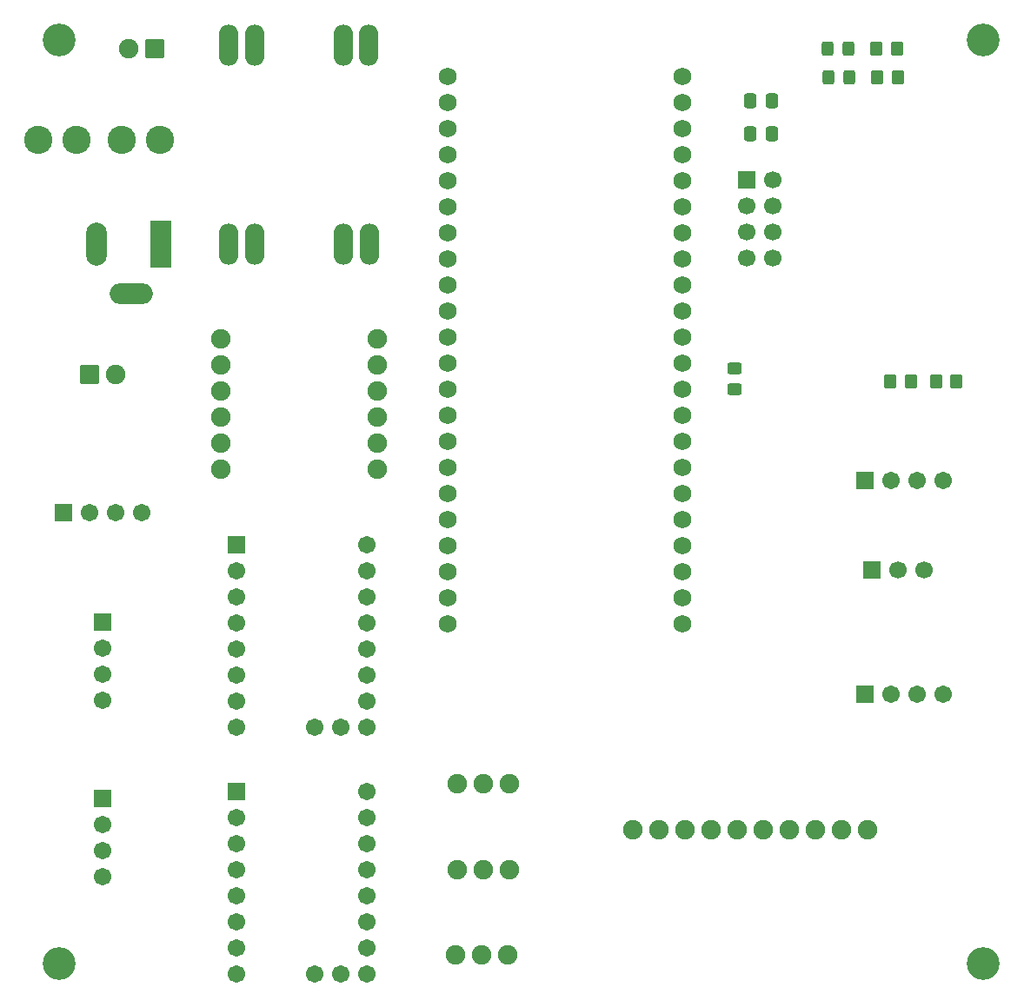
<source format=gbr>
%TF.GenerationSoftware,KiCad,Pcbnew,9.0.6*%
%TF.CreationDate,2026-02-25T04:36:07+07:00*%
%TF.ProjectId,Robot,526f626f-742e-46b6-9963-61645f706362,rev?*%
%TF.SameCoordinates,Original*%
%TF.FileFunction,Soldermask,Top*%
%TF.FilePolarity,Negative*%
%FSLAX46Y46*%
G04 Gerber Fmt 4.6, Leading zero omitted, Abs format (unit mm)*
G04 Created by KiCad (PCBNEW 9.0.6) date 2026-02-25 04:36:07*
%MOMM*%
%LPD*%
G01*
G04 APERTURE LIST*
G04 Aperture macros list*
%AMRoundRect*
0 Rectangle with rounded corners*
0 $1 Rounding radius*
0 $2 $3 $4 $5 $6 $7 $8 $9 X,Y pos of 4 corners*
0 Add a 4 corners polygon primitive as box body*
4,1,4,$2,$3,$4,$5,$6,$7,$8,$9,$2,$3,0*
0 Add four circle primitives for the rounded corners*
1,1,$1+$1,$2,$3*
1,1,$1+$1,$4,$5*
1,1,$1+$1,$6,$7*
1,1,$1+$1,$8,$9*
0 Add four rect primitives between the rounded corners*
20,1,$1+$1,$2,$3,$4,$5,0*
20,1,$1+$1,$4,$5,$6,$7,0*
20,1,$1+$1,$6,$7,$8,$9,0*
20,1,$1+$1,$8,$9,$2,$3,0*%
G04 Aperture macros list end*
%ADD10RoundRect,0.250000X0.700000X-0.700000X0.700000X0.700000X-0.700000X0.700000X-0.700000X-0.700000X0*%
%ADD11C,1.900000*%
%ADD12RoundRect,0.102000X0.754000X0.754000X-0.754000X0.754000X-0.754000X-0.754000X0.754000X-0.754000X0*%
%ADD13C,1.712000*%
%ADD14RoundRect,0.250000X0.350000X0.450000X-0.350000X0.450000X-0.350000X-0.450000X0.350000X-0.450000X0*%
%ADD15C,2.754000*%
%ADD16RoundRect,0.250000X-0.350000X-0.450000X0.350000X-0.450000X0.350000X0.450000X-0.350000X0.450000X0*%
%ADD17C,1.734000*%
%ADD18R,1.700000X1.700000*%
%ADD19C,1.700000*%
%ADD20RoundRect,0.102000X0.754000X-0.754000X0.754000X0.754000X-0.754000X0.754000X-0.754000X-0.754000X0*%
%ADD21RoundRect,0.102000X-0.754000X-0.754000X0.754000X-0.754000X0.754000X0.754000X-0.754000X0.754000X0*%
%ADD22RoundRect,0.250000X0.325000X0.450000X-0.325000X0.450000X-0.325000X-0.450000X0.325000X-0.450000X0*%
%ADD23C,3.200000*%
%ADD24R,2.000000X4.600000*%
%ADD25O,2.000000X4.200000*%
%ADD26O,4.200000X2.000000*%
%ADD27O,1.900000X4.000000*%
%ADD28RoundRect,0.250000X0.450000X-0.325000X0.450000X0.325000X-0.450000X0.325000X-0.450000X-0.325000X0*%
%ADD29C,1.905000*%
%ADD30RoundRect,0.250000X0.337500X0.475000X-0.337500X0.475000X-0.337500X-0.475000X0.337500X-0.475000X0*%
%ADD31RoundRect,0.250000X-0.700000X0.700000X-0.700000X-0.700000X0.700000X-0.700000X0.700000X0.700000X0*%
G04 APERTURE END LIST*
D10*
%TO.C,J2*%
X107950000Y-87630000D03*
D11*
X110490000Y-87630000D03*
%TD*%
D12*
%TO.C,J5*%
X105410000Y-101076667D03*
D13*
X107950000Y-101076667D03*
X110490000Y-101076667D03*
X113030000Y-101076667D03*
%TD*%
D14*
%TO.C,R2*%
X192405000Y-88265000D03*
X190405000Y-88265000D03*
%TD*%
D12*
%TO.C,J4*%
X183515000Y-97900000D03*
D13*
X186055000Y-97900000D03*
X188595000Y-97900000D03*
X191135000Y-97900000D03*
%TD*%
D15*
%TO.C,F1*%
X102995000Y-64770000D03*
X106655000Y-64770000D03*
X111125000Y-64770000D03*
X114785000Y-64770000D03*
%TD*%
D11*
%TO.C,J10*%
X143764000Y-127466000D03*
X146304000Y-127466000D03*
X148844000Y-127466000D03*
%TD*%
D16*
%TO.C,R3*%
X185960000Y-88265000D03*
X187960000Y-88265000D03*
%TD*%
D17*
%TO.C,U3*%
X165735000Y-111885000D03*
X165735000Y-109345000D03*
X165735000Y-106805000D03*
X165735000Y-104265000D03*
X165735000Y-101725000D03*
X165735000Y-99185000D03*
X165735000Y-96645000D03*
X165735000Y-94105000D03*
X165735000Y-91565000D03*
X165735000Y-89025000D03*
X165735000Y-86485000D03*
X165735000Y-83945000D03*
X165735000Y-81405000D03*
X165735000Y-78865000D03*
X165735000Y-76325000D03*
X165735000Y-73785000D03*
X165735000Y-71245000D03*
X165735000Y-68705000D03*
X165735000Y-66165000D03*
X165735000Y-63625000D03*
X165735000Y-61085000D03*
X165735000Y-58545000D03*
X142875000Y-111885000D03*
X142875000Y-109345000D03*
X142875000Y-106805000D03*
X142875000Y-104265000D03*
X142875000Y-101725000D03*
X142875000Y-99185000D03*
X142875000Y-96645000D03*
X142875000Y-94105000D03*
X142875000Y-91565000D03*
X142875000Y-89025000D03*
X142875000Y-86485000D03*
X142875000Y-83945000D03*
X142875000Y-81405000D03*
X142875000Y-78865000D03*
X142875000Y-76325000D03*
X142875000Y-73785000D03*
X142875000Y-71245000D03*
X142875000Y-68705000D03*
X142875000Y-66165000D03*
X142875000Y-63625000D03*
X142875000Y-61085000D03*
X142875000Y-58545000D03*
%TD*%
D18*
%TO.C,J6*%
X184150000Y-106680000D03*
D19*
X186690000Y-106680000D03*
X189230000Y-106680000D03*
%TD*%
D14*
%TO.C,R4*%
X186690000Y-58645000D03*
X184690000Y-58645000D03*
%TD*%
D20*
%TO.C,J11*%
X109220000Y-111760000D03*
D13*
X109220000Y-114300000D03*
X109220000Y-116840000D03*
X109220000Y-119380000D03*
%TD*%
D11*
%TO.C,J9*%
X143764000Y-135890000D03*
X146304000Y-135890000D03*
X148844000Y-135890000D03*
%TD*%
D21*
%TO.C,U7*%
X122267500Y-104168333D03*
D13*
X122267500Y-106708333D03*
X122267500Y-109248333D03*
X122267500Y-111788333D03*
X122267500Y-114328333D03*
X122267500Y-116868333D03*
X122267500Y-119408333D03*
X122267500Y-121948333D03*
X134967500Y-104168333D03*
X134967500Y-106708333D03*
X134967500Y-109248333D03*
X134967500Y-111788333D03*
X134967500Y-114328333D03*
X134967500Y-116868333D03*
X134967500Y-119408333D03*
X134967500Y-121948333D03*
X132427500Y-121948333D03*
X129887500Y-121948333D03*
%TD*%
D20*
%TO.C,J3*%
X109220000Y-128905000D03*
D13*
X109220000Y-131445000D03*
X109220000Y-133985000D03*
X109220000Y-136525000D03*
%TD*%
D12*
%TO.C,J7*%
X183515000Y-118745000D03*
D13*
X186055000Y-118745000D03*
X188595000Y-118745000D03*
X191135000Y-118745000D03*
%TD*%
D14*
%TO.C,R5*%
X186602000Y-55880000D03*
X184602000Y-55880000D03*
%TD*%
D11*
%TO.C,U9*%
X135985000Y-96801667D03*
X135985000Y-94261667D03*
X135985000Y-91721667D03*
X135985000Y-89181667D03*
X135985000Y-86641667D03*
X135985000Y-84101667D03*
X120745000Y-96801667D03*
X120745000Y-94261667D03*
X120745000Y-91721667D03*
X120745000Y-89181667D03*
X120745000Y-86641667D03*
X120745000Y-84101667D03*
%TD*%
D18*
%TO.C,U1*%
X171995500Y-68670000D03*
D19*
X174535500Y-68670000D03*
X171995500Y-71210000D03*
X174535500Y-71210000D03*
X171995500Y-73750000D03*
X174535500Y-73750000D03*
X171995500Y-76290000D03*
X174535500Y-76290000D03*
%TD*%
D22*
%TO.C,D2*%
X181882000Y-55880000D03*
X179832000Y-55880000D03*
%TD*%
D23*
%TO.C,H3*%
X105000000Y-145000000D03*
%TD*%
%TO.C,H2*%
X195000000Y-55000000D03*
%TD*%
D11*
%TO.C,J8*%
X143637000Y-144202000D03*
X146177000Y-144202000D03*
X148717000Y-144202000D03*
%TD*%
D24*
%TO.C,J1*%
X114935000Y-74915000D03*
D25*
X108635000Y-74915000D03*
D26*
X112035000Y-79715000D03*
%TD*%
D22*
%TO.C,D1*%
X181970000Y-58645000D03*
X179920000Y-58645000D03*
%TD*%
D27*
%TO.C,U4*%
X135155000Y-55530000D03*
X132715000Y-55530000D03*
X124015000Y-55530000D03*
X121475000Y-55530000D03*
X124015000Y-74930000D03*
X121475000Y-74930000D03*
X135255000Y-74930000D03*
X132715000Y-74930000D03*
%TD*%
D28*
%TO.C,R1*%
X170815000Y-89045000D03*
X170815000Y-86995000D03*
%TD*%
D29*
%TO.C,U5*%
X183769000Y-131930000D03*
X181229000Y-131930000D03*
X178689000Y-131930000D03*
X176149000Y-131930000D03*
X173609000Y-131930000D03*
X171069000Y-131930000D03*
X168529000Y-131930000D03*
X165989000Y-131930000D03*
X163449000Y-131930000D03*
X160909000Y-131930000D03*
%TD*%
D30*
%TO.C,C2*%
X174392500Y-64135000D03*
X172317500Y-64135000D03*
%TD*%
D23*
%TO.C,H4*%
X195000000Y-145000000D03*
%TD*%
%TO.C,H1*%
X105000000Y-55000000D03*
%TD*%
D31*
%TO.C,U8*%
X114300000Y-55880000D03*
D11*
X111760000Y-55880000D03*
%TD*%
D21*
%TO.C,U2*%
X122267500Y-128270000D03*
D13*
X122267500Y-130810000D03*
X122267500Y-133350000D03*
X122267500Y-135890000D03*
X122267500Y-138430000D03*
X122267500Y-140970000D03*
X122267500Y-143510000D03*
X122267500Y-146050000D03*
X134967500Y-128270000D03*
X134967500Y-130810000D03*
X134967500Y-133350000D03*
X134967500Y-135890000D03*
X134967500Y-138430000D03*
X134967500Y-140970000D03*
X134967500Y-143510000D03*
X134967500Y-146050000D03*
X132427500Y-146050000D03*
X129887500Y-146050000D03*
%TD*%
D30*
%TO.C,C1*%
X174392500Y-60960000D03*
X172317500Y-60960000D03*
%TD*%
M02*

</source>
